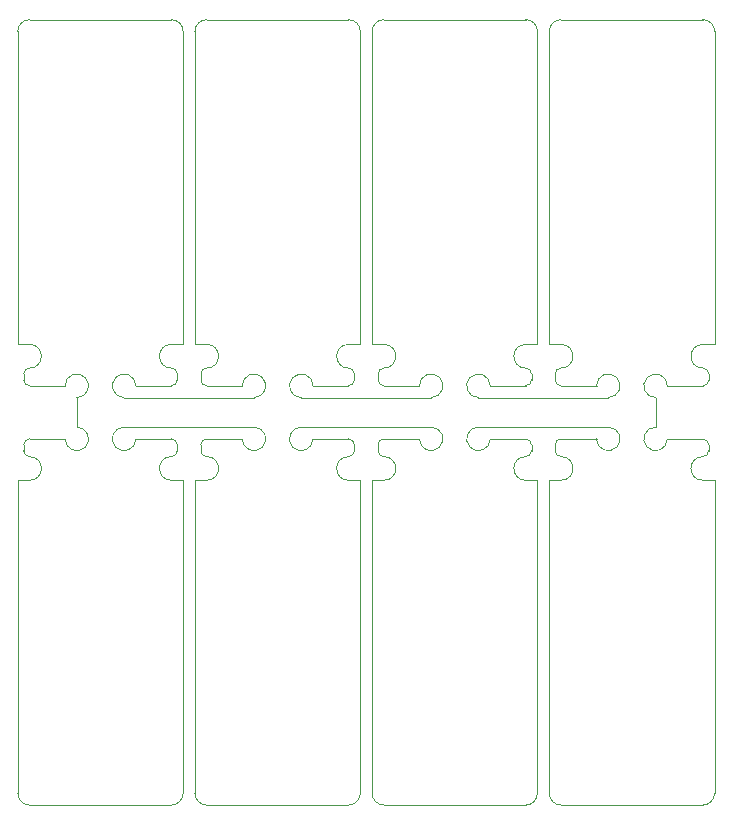
<source format=gbr>
G04 #@! TF.GenerationSoftware,KiCad,Pcbnew,9.0.2*
G04 #@! TF.CreationDate,2025-12-10T21:51:00-05:00*
G04 #@! TF.ProjectId,ThumbsUp,5468756d-6273-4557-902e-6b696361645f,rev?*
G04 #@! TF.SameCoordinates,Original*
G04 #@! TF.FileFunction,Profile,NP*
%FSLAX46Y46*%
G04 Gerber Fmt 4.6, Leading zero omitted, Abs format (unit mm)*
G04 Created by KiCad (PCBNEW 9.0.2) date 2025-12-10 21:51:00*
%MOMM*%
%LPD*%
G01*
G04 APERTURE LIST*
G04 #@! TA.AperFunction,Profile*
%ADD10C,0.050000*%
G04 #@! TD*
G04 APERTURE END LIST*
D10*
X231800000Y-88400000D02*
X231800000Y-114900000D01*
X188800000Y-124400000D02*
G75*
G02*
X188300000Y-123900000I0J500000D01*
G01*
X188800000Y-114900000D02*
G75*
G02*
X188800000Y-116900000I0J-1000000D01*
G01*
X246300000Y-123900000D02*
X246300000Y-123400000D01*
X215800000Y-87400000D02*
G75*
G02*
X216800000Y-88400000I0J-1000000D01*
G01*
X216800000Y-126398815D02*
X216800000Y-152900000D01*
X203800000Y-118400000D02*
G75*
G02*
X203300000Y-117900000I0J500000D01*
G01*
X231800000Y-126398815D02*
X231800000Y-152900000D01*
X203800000Y-87400000D02*
X215800000Y-87400000D01*
X218300000Y-123400000D02*
G75*
G02*
X218800000Y-122900000I500000J0D01*
G01*
X201800000Y-88400000D02*
X201800000Y-114900000D01*
X246300000Y-123900000D02*
G75*
G02*
X245800000Y-124400000I-500000J0D01*
G01*
X206800000Y-118400000D02*
X203800000Y-118400000D01*
X231300000Y-123900000D02*
X231300000Y-123400000D01*
X203300000Y-123400000D02*
G75*
G02*
X203800000Y-122900000I500000J0D01*
G01*
X216300000Y-123900000D02*
G75*
G02*
X215800000Y-124400000I-500000J0D01*
G01*
X233800000Y-118400000D02*
G75*
G02*
X233300000Y-117900000I0J500000D01*
G01*
X233800000Y-153900000D02*
G75*
G02*
X232800000Y-152900000I0J1000000D01*
G01*
X241800000Y-119400000D02*
X241800000Y-121900000D01*
X201800000Y-126398815D02*
X201800000Y-152900000D01*
X191800000Y-122900000D02*
X188800000Y-122900000D01*
X231300000Y-117400000D02*
X231300000Y-117900000D01*
X233300000Y-117400000D02*
G75*
G02*
X233800000Y-116900000I500000J0D01*
G01*
X188800000Y-153900000D02*
G75*
G02*
X187800000Y-152900000I0J1000000D01*
G01*
X217800000Y-88400000D02*
G75*
G02*
X218800000Y-87400000I1000000J0D01*
G01*
X215800000Y-126400000D02*
G75*
G02*
X215800000Y-124400000I0J1000000D01*
G01*
X206800000Y-118400000D02*
G75*
G02*
X207800000Y-119400000I1000000J0D01*
G01*
X246800000Y-152900000D02*
G75*
G02*
X245800000Y-153900000I-1000000J0D01*
G01*
X216300000Y-123900000D02*
X216300000Y-123400000D01*
X218800000Y-114900000D02*
G75*
G02*
X218800000Y-116900000I0J-1000000D01*
G01*
X231801921Y-126398813D02*
X230800000Y-126399999D01*
X187800000Y-114901185D02*
X187800000Y-88400000D01*
X188800000Y-124400000D02*
G75*
G02*
X188800000Y-126400000I0J-1000000D01*
G01*
X242800000Y-118400000D02*
X245800000Y-118400000D01*
X233300000Y-123400000D02*
G75*
G02*
X233800000Y-122900000I500000J0D01*
G01*
X217800000Y-114901185D02*
X217800000Y-88400000D01*
X218800000Y-124400000D02*
G75*
G02*
X218300000Y-123900000I0J500000D01*
G01*
X202800000Y-152900000D02*
X202800000Y-126400000D01*
X245800000Y-153900000D02*
X233800000Y-153900000D01*
X231300000Y-117900000D02*
G75*
G02*
X230800000Y-118400000I-500000J0D01*
G01*
X233800000Y-124400000D02*
G75*
G02*
X233300000Y-123900000I0J500000D01*
G01*
X212800000Y-118400000D02*
X215800000Y-118400000D01*
X246800000Y-88400000D02*
X246800000Y-114900000D01*
X233300000Y-117400000D02*
X233300000Y-117900000D01*
X187800000Y-88400000D02*
G75*
G02*
X188800000Y-87400000I1000000J0D01*
G01*
X246801921Y-126398813D02*
X245800000Y-126399999D01*
X203300000Y-117400000D02*
X203300000Y-117900000D01*
X245800000Y-87400000D02*
G75*
G02*
X246800000Y-88400000I0J-1000000D01*
G01*
X201300000Y-117400000D02*
X201300000Y-117900000D01*
X207800000Y-119400000D02*
X196800000Y-119400000D01*
X215800000Y-116900000D02*
G75*
G02*
X215800000Y-114900000I0J1000000D01*
G01*
X215800000Y-122900000D02*
G75*
G02*
X216300000Y-123400000I0J-500000D01*
G01*
X192800000Y-119400000D02*
X192800000Y-121900000D01*
X202800000Y-88400000D02*
G75*
G02*
X203800000Y-87400000I1000000J0D01*
G01*
X245800000Y-114900000D02*
X246800000Y-114900000D01*
X218800000Y-126400000D02*
X217800000Y-126400000D01*
X202798079Y-114901187D02*
X203800000Y-114900001D01*
X230800000Y-87400000D02*
G75*
G02*
X231800000Y-88400000I0J-1000000D01*
G01*
X233800000Y-124400000D02*
G75*
G02*
X233800000Y-126400000I0J-1000000D01*
G01*
X200800000Y-122900000D02*
G75*
G02*
X201300000Y-123400000I0J-500000D01*
G01*
X187800000Y-152900000D02*
X187800000Y-126400000D01*
X188800000Y-118400000D02*
G75*
G02*
X188300000Y-117900000I0J500000D01*
G01*
X231300000Y-123900000D02*
G75*
G02*
X230800000Y-124400000I-500000J0D01*
G01*
X197800000Y-122900000D02*
G75*
G02*
X196800000Y-121900000I-1000000J0D01*
G01*
X218800000Y-124400000D02*
G75*
G02*
X218800000Y-126400000I0J-1000000D01*
G01*
X246300000Y-117900000D02*
G75*
G02*
X245800000Y-118400000I-500000J0D01*
G01*
X236800000Y-118400000D02*
G75*
G02*
X237800000Y-119400000I1000000J0D01*
G01*
X216300000Y-117400000D02*
X216300000Y-117900000D01*
X188800000Y-87400000D02*
X200800000Y-87400000D01*
X200800000Y-116900000D02*
G75*
G02*
X201300000Y-117400000I0J-500000D01*
G01*
X188300000Y-123900000D02*
X188300000Y-123400000D01*
X221800000Y-118400000D02*
G75*
G02*
X222800000Y-119400000I1000000J0D01*
G01*
X203300000Y-117400000D02*
G75*
G02*
X203800000Y-116900000I500000J0D01*
G01*
X227800000Y-122900000D02*
G75*
G02*
X226800000Y-121900000I-1000000J0D01*
G01*
X200800000Y-126400000D02*
G75*
G02*
X200800000Y-124400000I0J1000000D01*
G01*
X201300000Y-123900000D02*
X201300000Y-123400000D01*
X216801921Y-126398813D02*
X215800000Y-126399999D01*
X230800000Y-116900000D02*
G75*
G02*
X231300000Y-117400000I0J-500000D01*
G01*
X242800000Y-122900000D02*
G75*
G02*
X241800000Y-121900000I-1000000J0D01*
G01*
X236800000Y-118400000D02*
X233800000Y-118400000D01*
X221800000Y-122900000D02*
X218800000Y-122900000D01*
X226800000Y-119400000D02*
X237800000Y-119400000D01*
X232798079Y-114901187D02*
X233800000Y-114900001D01*
X231800000Y-152900000D02*
G75*
G02*
X230800000Y-153900000I-1000000J0D01*
G01*
X211800000Y-119400000D02*
X222800000Y-119400000D01*
X207800000Y-121900000D02*
G75*
G02*
X206800000Y-122900000I0J-1000000D01*
G01*
X212800000Y-122900000D02*
G75*
G02*
X211800000Y-121900000I-1000000J0D01*
G01*
X230800000Y-116900000D02*
G75*
G02*
X230800000Y-114900000I0J1000000D01*
G01*
X196800000Y-121900000D02*
X207800000Y-121900000D01*
X230800000Y-153900000D02*
X218800000Y-153900000D01*
X203800000Y-126400000D02*
X202800000Y-126400000D01*
X196800000Y-119400000D02*
G75*
G02*
X197800000Y-118400000I0J1000000D01*
G01*
X230800000Y-126400000D02*
G75*
G02*
X230800000Y-124400000I0J1000000D01*
G01*
X233800000Y-114900000D02*
G75*
G02*
X233800000Y-116900000I0J-1000000D01*
G01*
X245800000Y-122900000D02*
G75*
G02*
X246300000Y-123400000I0J-500000D01*
G01*
X200800000Y-153900000D02*
X188800000Y-153900000D01*
X197800000Y-122900000D02*
X200800000Y-122900000D01*
X218800000Y-87400000D02*
X230800000Y-87400000D01*
X216300000Y-117900000D02*
G75*
G02*
X215800000Y-118400000I-500000J0D01*
G01*
X191800000Y-118400000D02*
X188800000Y-118400000D01*
X230800000Y-114900000D02*
X231800000Y-114900000D01*
X212800000Y-122900000D02*
X215800000Y-122900000D01*
X241800000Y-119400000D02*
G75*
G02*
X242800000Y-118400000I0J1000000D01*
G01*
X246300000Y-117400000D02*
X246300000Y-117900000D01*
X200800000Y-116900000D02*
G75*
G02*
X200800000Y-114900000I0J1000000D01*
G01*
X222800000Y-121900000D02*
X211800000Y-121900000D01*
X218300000Y-117400000D02*
G75*
G02*
X218800000Y-116900000I500000J0D01*
G01*
X218800000Y-153900000D02*
G75*
G02*
X217800000Y-152900000I0J1000000D01*
G01*
X227800000Y-118400000D02*
X230800000Y-118400000D01*
X201300000Y-117900000D02*
G75*
G02*
X200800000Y-118400000I-500000J0D01*
G01*
X187798079Y-114901187D02*
X188800000Y-114900001D01*
X227800000Y-122900000D02*
X230800000Y-122900000D01*
X203800000Y-114900000D02*
G75*
G02*
X203800000Y-116900000I0J-1000000D01*
G01*
X206800000Y-122900000D02*
X203800000Y-122900000D01*
X197800000Y-118400000D02*
X200800000Y-118400000D01*
X215800000Y-116900000D02*
G75*
G02*
X216300000Y-117400000I0J-500000D01*
G01*
X188300000Y-117400000D02*
G75*
G02*
X188800000Y-116900000I500000J0D01*
G01*
X218800000Y-118400000D02*
G75*
G02*
X218300000Y-117900000I0J500000D01*
G01*
X232800000Y-114901185D02*
X232800000Y-88400000D01*
X217798079Y-114901187D02*
X218800000Y-114900001D01*
X202800000Y-114901185D02*
X202800000Y-88400000D01*
X201801921Y-126398813D02*
X200800000Y-126399999D01*
X217800000Y-152900000D02*
X217800000Y-126400000D01*
X245800000Y-116900000D02*
G75*
G02*
X246300000Y-117400000I0J-500000D01*
G01*
X215800000Y-114900000D02*
X216800000Y-114900000D01*
X236800000Y-122900000D02*
X233800000Y-122900000D01*
X216800000Y-88400000D02*
X216800000Y-114900000D01*
X188300000Y-117400000D02*
X188300000Y-117900000D01*
X203800000Y-124400000D02*
G75*
G02*
X203800000Y-126400000I0J-1000000D01*
G01*
X237800000Y-121900000D02*
G75*
G02*
X236800000Y-122900000I0J-1000000D01*
G01*
X233800000Y-126400000D02*
X232800000Y-126400000D01*
X203800000Y-124400000D02*
G75*
G02*
X203300000Y-123900000I0J500000D01*
G01*
X203800000Y-153900000D02*
G75*
G02*
X202800000Y-152900000I0J1000000D01*
G01*
X201800000Y-152900000D02*
G75*
G02*
X200800000Y-153900000I-1000000J0D01*
G01*
X192800000Y-121900000D02*
G75*
G02*
X191800000Y-122900000I0J-1000000D01*
G01*
X218300000Y-117400000D02*
X218300000Y-117900000D01*
X245800000Y-116900000D02*
G75*
G02*
X245800000Y-114900000I0J1000000D01*
G01*
X226800000Y-119400000D02*
G75*
G02*
X227800000Y-118400000I0J1000000D01*
G01*
X246800000Y-126398815D02*
X246800000Y-152900000D01*
X201300000Y-123900000D02*
G75*
G02*
X200800000Y-124400000I-500000J0D01*
G01*
X230800000Y-122900000D02*
G75*
G02*
X231300000Y-123400000I0J-500000D01*
G01*
X233800000Y-87400000D02*
X245800000Y-87400000D01*
X242800000Y-122900000D02*
X245800000Y-122900000D01*
X233300000Y-123900000D02*
X233300000Y-123400000D01*
X232800000Y-88400000D02*
G75*
G02*
X233800000Y-87400000I1000000J0D01*
G01*
X232800000Y-152900000D02*
X232800000Y-126400000D01*
X191800000Y-118400000D02*
G75*
G02*
X192800000Y-119400000I1000000J0D01*
G01*
X222800000Y-121900000D02*
G75*
G02*
X221800000Y-122900000I0J-1000000D01*
G01*
X215800000Y-153900000D02*
X203800000Y-153900000D01*
X221800000Y-118400000D02*
X218800000Y-118400000D01*
X245800000Y-126400000D02*
G75*
G02*
X245800000Y-124400000I0J1000000D01*
G01*
X188800000Y-126400000D02*
X187800000Y-126400000D01*
X188300000Y-123400000D02*
G75*
G02*
X188800000Y-122900000I500000J0D01*
G01*
X203300000Y-123900000D02*
X203300000Y-123400000D01*
X237800000Y-121900000D02*
X226800000Y-121900000D01*
X216800000Y-152900000D02*
G75*
G02*
X215800000Y-153900000I-1000000J0D01*
G01*
X200800000Y-87400000D02*
G75*
G02*
X201800000Y-88400000I0J-1000000D01*
G01*
X211800000Y-119400000D02*
G75*
G02*
X212800000Y-118400000I0J1000000D01*
G01*
X200800000Y-114900000D02*
X201800000Y-114900000D01*
X218300000Y-123900000D02*
X218300000Y-123400000D01*
M02*

</source>
